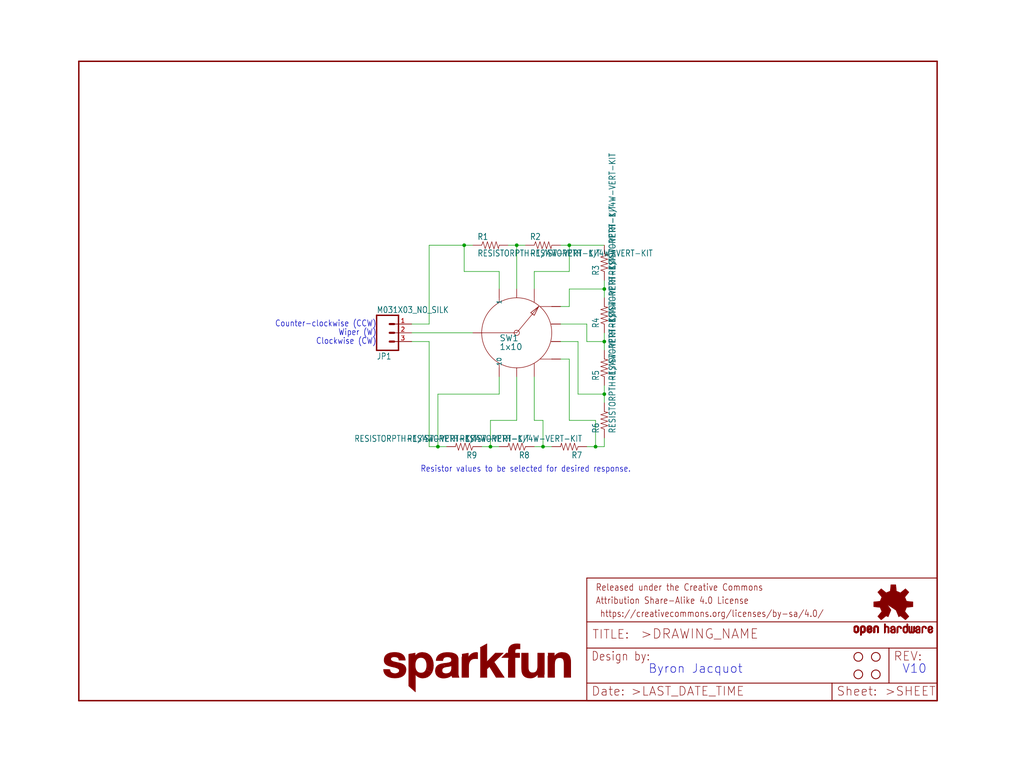
<source format=kicad_sch>
(kicad_sch (version 20211123) (generator eeschema)
  (paper "User" 297.002 223.926)
  (lib_symbols
    (symbol "eagleSchem-eagle-import:FRAME-LETTER"
      (symbol "FRAME-LETTER_2_0"
        (text " https://creativecommons.org/licenses/by-sa/4.0/" (at 2.54 24.13 0) (effects (font (size 1.9304 1.6408)) (justify left bottom)))
        (text ">DRAWING_NAME" (at 15.494 17.78 0) (effects (font (size 2.7432 2.7432)) (justify left bottom)))
        (text ">LAST_DATE_TIME" (at 12.7 1.27 0) (effects (font (size 2.54 2.54)) (justify left bottom)))
        (text ">SHEET" (at 86.36 1.27 0) (effects (font (size 2.54 2.54)) (justify left bottom)))
        (text "Attribution Share-Alike 4.0 License" (at 2.54 27.94 0) (effects (font (size 1.9304 1.6408)) (justify left bottom)))
        (text "Date:" (at 1.27 1.27 0) (effects (font (size 2.54 2.54)) (justify left bottom)))
        (text "Design by:" (at 1.27 11.43 0) (effects (font (size 2.54 2.159)) (justify left bottom)))
        (text "Released under the Creative Commons" (at 2.54 31.75 0) (effects (font (size 1.9304 1.6408)) (justify left bottom)))
        (text "REV:" (at 88.9 11.43 0) (effects (font (size 2.54 2.54)) (justify left bottom)))
        (text "Sheet:" (at 72.39 1.27 0) (effects (font (size 2.54 2.54)) (justify left bottom)))
        (text "TITLE:" (at 1.524 17.78 0) (effects (font (size 2.54 2.54)) (justify left bottom)))
      )
    )
    (symbol "eagleSchem-eagle-import:M031X03_NO_SILK"
      (property "Reference" "JP" (at -2.54 5.842 0))
      (property "Value" "M031X03_NO_SILK" (at -2.54 -7.62 0))
      (symbol "M031X03_NO_SILK_1_0"
        (pin passive line (at 7.62 -2.54 180) (length 5.08) (name "1") (number "1"))
        (pin passive line (at 7.62 0 180) (length 5.08) (name "2") (number "2"))
        (pin passive line (at 7.62 2.54 180) (length 5.08) (name "3") (number "3"))
      )
    )
    (symbol "eagleSchem-eagle-import:OSHW-LOGOM")
    (symbol "eagleSchem-eagle-import:RESISTORPTH-1{slash}4W-VERT-KIT"
      (property "Reference" "R" (at -3.81 1.4986 0))
      (property "Value" "RESISTORPTH-1{slash}4W-VERT-KIT" (at -3.81 -3.302 0))
      (symbol "RESISTORPTH-1{slash}4W-VERT-KIT_1_0"
        (pin passive line (at -5.08 0 0) (length 2.54) (name "1") (number "P$1"))
        (pin passive line (at 5.08 0 180) (length 2.54) (name "2") (number "P$2"))
      )
    )
    (symbol "eagleSchem-eagle-import:SFE_LOGO_NAME.1_INCH")
    (symbol "eagleSchem-eagle-import:STAND-OFF")
    (symbol "eagleSchem-eagle-import:SWITCH_ROTARY_1X10KIT"
      (property "Reference" "SW" (at -5.08 -2.54 0))
      (property "Value" "SWITCH_ROTARY_1X10KIT" (at -5.08 -5.08 0))
      (symbol "SWITCH_ROTARY_1X10KIT_1_0"
        (pin bidirectional line (at -5.08 12.7 270) (length 2.54) (name "1") (number "1"))
        (pin bidirectional line (at -5.08 -12.7 90) (length 2.54) (name "10") (number "10"))
        (pin bidirectional line (at 0 12.7 270) (length 2.54) (name "2") (number "2"))
        (pin bidirectional line (at 5.08 12.7 270) (length 2.54) (name "3") (number "3"))
        (pin bidirectional line (at 12.7 7.62 180) (length 2.54) (name "4") (number "4"))
        (pin bidirectional line (at 12.7 2.54 180) (length 2.54) (name "5") (number "5"))
        (pin bidirectional line (at 12.7 -2.54 180) (length 2.54) (name "6") (number "6"))
        (pin bidirectional line (at 12.7 -7.62 180) (length 2.54) (name "7") (number "7"))
        (pin bidirectional line (at 5.08 -12.7 90) (length 2.54) (name "8") (number "8"))
        (pin bidirectional line (at 0 -12.7 90) (length 2.54) (name "9") (number "9"))
        (pin bidirectional line (at -12.7 0 0) (length 2.54) (name "COMMON") (number "COMMON"))
      )
    )
  )
  (junction (at 134.62 71.12))
  (junction (at 175.26 114.3))
  (junction (at 142.24 129.54))
  (junction (at 172.72 129.54))
  (junction (at 157.48 129.54))
  (junction (at 127 129.54))
  (junction (at 175.26 99.06))
  (junction (at 175.26 83.82))
  (junction (at 165.1 71.12))
  (junction (at 149.86 71.12))
  (wire (pts (xy 172.72 129.54) (xy 170.18 129.54)))
  (wire (pts (xy 165.1 71.12) (xy 162.56 71.12)))
  (wire (pts (xy 142.24 129.54) (xy 139.7 129.54)))
  (wire (pts (xy 144.78 83.82) (xy 144.78 78.74)))
  (wire (pts (xy 127 129.54) (xy 129.54 129.54)))
  (wire (pts (xy 175.26 114.3) (xy 175.26 116.84)))
  (wire (pts (xy 162.56 104.14) (xy 165.1 104.14)))
  (wire (pts (xy 124.46 71.12) (xy 134.62 71.12)))
  (wire (pts (xy 175.26 83.82) (xy 175.26 86.36)))
  (wire (pts (xy 149.86 121.92) (xy 142.24 121.92)))
  (wire (pts (xy 124.46 99.06) (xy 124.46 129.54)))
  (wire (pts (xy 149.86 83.82) (xy 149.86 71.12)))
  (wire (pts (xy 157.48 121.92) (xy 154.94 121.92)))
  (wire (pts (xy 162.56 99.06) (xy 167.64 99.06)))
  (wire (pts (xy 175.26 96.52) (xy 175.26 99.06)))
  (wire (pts (xy 162.56 93.98) (xy 170.18 93.98)))
  (wire (pts (xy 170.18 99.06) (xy 175.26 99.06)))
  (wire (pts (xy 162.56 88.9) (xy 165.1 88.9)))
  (wire (pts (xy 119.38 96.52) (xy 137.16 96.52)))
  (wire (pts (xy 144.78 114.3) (xy 127 114.3)))
  (wire (pts (xy 119.38 93.98) (xy 124.46 93.98)))
  (wire (pts (xy 175.26 99.06) (xy 175.26 101.6)))
  (wire (pts (xy 165.1 78.74) (xy 165.1 71.12)))
  (wire (pts (xy 157.48 121.92) (xy 157.48 129.54)))
  (wire (pts (xy 165.1 88.9) (xy 165.1 83.82)))
  (wire (pts (xy 144.78 78.74) (xy 134.62 78.74)))
  (wire (pts (xy 154.94 78.74) (xy 165.1 78.74)))
  (wire (pts (xy 165.1 104.14) (xy 165.1 121.92)))
  (wire (pts (xy 134.62 78.74) (xy 134.62 71.12)))
  (wire (pts (xy 144.78 129.54) (xy 142.24 129.54)))
  (wire (pts (xy 154.94 121.92) (xy 154.94 109.22)))
  (wire (pts (xy 127 114.3) (xy 127 129.54)))
  (wire (pts (xy 134.62 71.12) (xy 137.16 71.12)))
  (wire (pts (xy 142.24 121.92) (xy 142.24 129.54)))
  (wire (pts (xy 149.86 71.12) (xy 152.4 71.12)))
  (wire (pts (xy 170.18 93.98) (xy 170.18 99.06)))
  (wire (pts (xy 165.1 83.82) (xy 175.26 83.82)))
  (wire (pts (xy 175.26 111.76) (xy 175.26 114.3)))
  (wire (pts (xy 165.1 71.12) (xy 175.26 71.12)))
  (wire (pts (xy 124.46 93.98) (xy 124.46 71.12)))
  (wire (pts (xy 175.26 129.54) (xy 172.72 129.54)))
  (wire (pts (xy 124.46 129.54) (xy 127 129.54)))
  (wire (pts (xy 175.26 127) (xy 175.26 129.54)))
  (wire (pts (xy 167.64 99.06) (xy 167.64 114.3)))
  (wire (pts (xy 175.26 81.28) (xy 175.26 83.82)))
  (wire (pts (xy 172.72 121.92) (xy 172.72 129.54)))
  (wire (pts (xy 144.78 109.22) (xy 144.78 114.3)))
  (wire (pts (xy 119.38 99.06) (xy 124.46 99.06)))
  (wire (pts (xy 154.94 83.82) (xy 154.94 78.74)))
  (wire (pts (xy 160.02 129.54) (xy 157.48 129.54)))
  (wire (pts (xy 149.86 109.22) (xy 149.86 121.92)))
  (wire (pts (xy 157.48 129.54) (xy 154.94 129.54)))
  (wire (pts (xy 165.1 121.92) (xy 172.72 121.92)))
  (wire (pts (xy 167.64 114.3) (xy 175.26 114.3)))
  (wire (pts (xy 147.32 71.12) (xy 149.86 71.12)))
  (text "Counter-clockwise (CCW)" (at 109.22 93.98 180) (effects (font (size 1.778 1.5113)) (justify right)))
  (text "Clockwise (CW)" (at 109.22 99.06 180) (effects (font (size 1.778 1.5113)) (justify right)))
  (text "V10" (at 261.62 195.58 180) (effects (font (size 2.54 2.54)) (justify left bottom)))
  (text "Wiper (W)" (at 109.22 96.52 180) (effects (font (size 1.778 1.5113)) (justify right)))
  (text "Byron Jacquot" (at 187.96 195.58 180) (effects (font (size 2.54 2.54)) (justify left bottom)))
  (text "Resistor values to be selected for desired response." (at 121.92 137.16 0) (effects (font (size 1.778 1.5113)) (justify left bottom)))
  (symbol (lib_id "eagleSchem-eagle-import:RESISTORPTH-1{slash}4W-VERT-KIT") (at 175.26 121.92 90) (unit 1)
    (property "Reference" "R6" (at 173.7614 125.73 0) (effects (font (size 1.778 1.5113)) (justify left bottom)))
    (property "Value" "RESISTORPTH-1{slash}4W-VERT-KIT" (at 178.562 125.73 0) (effects (font (size 1.778 1.5113)) (justify left bottom)))
    (property "Footprint" "eagleSchem:AXIAL-0.1EZ" (effects hide))
  )
  (symbol (lib_id "eagleSchem-eagle-import:STAND-OFF") (at 254 195.58 0) (unit 1)
    (property "Reference" "STANDOFF2" (effects hide))
    (property "Value" "STAND-OFF" (effects hide))
    (property "Footprint" "eagleSchem:STAND-OFF" (effects hide))
  )
  (symbol (lib_id "eagleSchem-eagle-import:RESISTORPTH-1{slash}4W-VERT-KIT") (at 157.48 71.12 0) (unit 1)
    (property "Reference" "R2" (at 153.67 69.6214 0) (effects (font (size 1.778 1.5113)) (justify left bottom)))
    (property "Value" "RESISTORPTH-1{slash}4W-VERT-KIT" (at 153.67 74.422 0) (effects (font (size 1.778 1.5113)) (justify left bottom)))
    (property "Footprint" "eagleSchem:AXIAL-0.1EZ" (effects hide))
  )
  (symbol (lib_id "eagleSchem-eagle-import:STAND-OFF") (at 248.92 190.5 0) (unit 1)
    (property "Reference" "STANDOFF5" (effects hide))
    (property "Value" "STAND-OFF" (effects hide))
    (property "Footprint" "eagleSchem:STAND-OFF" (effects hide))
  )
  (symbol (lib_id "eagleSchem-eagle-import:RESISTORPTH-1{slash}4W-VERT-KIT") (at 149.86 129.54 180) (unit 1)
    (property "Reference" "R8" (at 153.67 131.0386 0) (effects (font (size 1.778 1.5113)) (justify left bottom)))
    (property "Value" "RESISTORPTH-1{slash}4W-VERT-KIT" (at 153.67 126.238 0) (effects (font (size 1.778 1.5113)) (justify left bottom)))
    (property "Footprint" "eagleSchem:AXIAL-0.1EZ" (effects hide))
  )
  (symbol (lib_id "eagleSchem-eagle-import:STAND-OFF") (at 248.92 195.58 0) (unit 1)
    (property "Reference" "STANDOFF6" (effects hide))
    (property "Value" "STAND-OFF" (effects hide))
    (property "Footprint" "eagleSchem:STAND-OFF" (effects hide))
  )
  (symbol (lib_id "eagleSchem-eagle-import:FRAME-LETTER") (at 22.86 203.2 0) (unit 1)
    (property "Reference" "FRAME1" (effects hide))
    (property "Value" "FRAME-LETTER" (effects hide))
    (property "Footprint" "eagleSchem:CREATIVE_COMMONS" (effects hide))
  )
  (symbol (lib_id "eagleSchem-eagle-import:RESISTORPTH-1{slash}4W-VERT-KIT") (at 175.26 76.2 90) (unit 1)
    (property "Reference" "R3" (at 173.7614 80.01 0) (effects (font (size 1.778 1.5113)) (justify left bottom)))
    (property "Value" "RESISTORPTH-1{slash}4W-VERT-KIT" (at 178.562 80.01 0) (effects (font (size 1.778 1.5113)) (justify left bottom)))
    (property "Footprint" "eagleSchem:AXIAL-0.1EZ" (effects hide))
  )
  (symbol (lib_id "eagleSchem-eagle-import:SFE_LOGO_NAME.1_INCH") (at 109.22 200.66 0) (unit 1)
    (property "Reference" "LOGO3" (effects hide))
    (property "Value" "SFE_LOGO_NAME.1_INCH" (effects hide))
    (property "Footprint" "eagleSchem:SFE_LOGO_NAME_.1" (effects hide))
  )
  (symbol (lib_id "eagleSchem-eagle-import:RESISTORPTH-1{slash}4W-VERT-KIT") (at 175.26 106.68 90) (unit 1)
    (property "Reference" "R5" (at 173.7614 110.49 0) (effects (font (size 1.778 1.5113)) (justify left bottom)))
    (property "Value" "RESISTORPTH-1{slash}4W-VERT-KIT" (at 178.562 110.49 0) (effects (font (size 1.778 1.5113)) (justify left bottom)))
    (property "Footprint" "eagleSchem:AXIAL-0.1EZ" (effects hide))
  )
  (symbol (lib_id "eagleSchem-eagle-import:STAND-OFF") (at 254 190.5 0) (unit 1)
    (property "Reference" "STANDOFF1" (effects hide))
    (property "Value" "STAND-OFF" (effects hide))
    (property "Footprint" "eagleSchem:STAND-OFF" (effects hide))
  )
  (symbol (lib_id "eagleSchem-eagle-import:SWITCH_ROTARY_1X10KIT") (at 149.86 96.52 0) (unit 1)
    (property "Reference" "SW1" (at 144.78 99.06 0) (effects (font (size 1.778 1.778)) (justify left bottom)))
    (property "Value" "1x10" (at 144.78 101.6 0) (effects (font (size 1.778 1.778)) (justify left bottom)))
    (property "Footprint" "eagleSchem:ROTARY_SWITCH_1X10_KIT" (effects hide))
  )
  (symbol (lib_id "eagleSchem-eagle-import:RESISTORPTH-1{slash}4W-VERT-KIT") (at 142.24 71.12 0) (unit 1)
    (property "Reference" "R1" (at 138.43 69.6214 0) (effects (font (size 1.778 1.5113)) (justify left bottom)))
    (property "Value" "RESISTORPTH-1{slash}4W-VERT-KIT" (at 138.43 74.422 0) (effects (font (size 1.778 1.5113)) (justify left bottom)))
    (property "Footprint" "eagleSchem:AXIAL-0.1EZ" (effects hide))
  )
  (symbol (lib_id "eagleSchem-eagle-import:M031X03_NO_SILK") (at 111.76 96.52 0) (mirror x) (unit 1)
    (property "Reference" "JP1" (at 109.22 102.362 0) (effects (font (size 1.778 1.5113)) (justify left bottom)))
    (property "Value" "M031X03_NO_SILK" (at 109.22 88.9 0) (effects (font (size 1.778 1.5113)) (justify left bottom)))
    (property "Footprint" "eagleSchem:1X03_NO_SILK" (effects hide))
  )
  (symbol (lib_id "eagleSchem-eagle-import:RESISTORPTH-1{slash}4W-VERT-KIT") (at 134.62 129.54 180) (unit 1)
    (property "Reference" "R9" (at 138.43 131.0386 0) (effects (font (size 1.778 1.5113)) (justify left bottom)))
    (property "Value" "RESISTORPTH-1{slash}4W-VERT-KIT" (at 138.43 126.238 0) (effects (font (size 1.778 1.5113)) (justify left bottom)))
    (property "Footprint" "eagleSchem:AXIAL-0.1EZ" (effects hide))
  )
  (symbol (lib_id "eagleSchem-eagle-import:OSHW-LOGOM") (at 259.08 175.26 0) (unit 1)
    (property "Reference" "LOGO1" (effects hide))
    (property "Value" "OSHW-LOGOM" (effects hide))
    (property "Footprint" "eagleSchem:OSHW-LOGO-M" (effects hide))
  )
  (symbol (lib_id "eagleSchem-eagle-import:RESISTORPTH-1{slash}4W-VERT-KIT") (at 175.26 91.44 90) (unit 1)
    (property "Reference" "R4" (at 173.7614 95.25 0) (effects (font (size 1.778 1.5113)) (justify left bottom)))
    (property "Value" "RESISTORPTH-1{slash}4W-VERT-KIT" (at 178.562 95.25 0) (effects (font (size 1.778 1.5113)) (justify left bottom)))
    (property "Footprint" "eagleSchem:AXIAL-0.1EZ" (effects hide))
  )
  (symbol (lib_id "eagleSchem-eagle-import:FRAME-LETTER") (at 170.18 203.2 0) (unit 2)
    (property "Reference" "FRAME1" (effects hide))
    (property "Value" "FRAME-LETTER" (effects hide))
    (property "Footprint" "eagleSchem:CREATIVE_COMMONS" (effects hide))
  )
  (symbol (lib_id "eagleSchem-eagle-import:RESISTORPTH-1{slash}4W-VERT-KIT") (at 165.1 129.54 180) (unit 1)
    (property "Reference" "R7" (at 168.91 131.0386 0) (effects (font (size 1.778 1.5113)) (justify left bottom)))
    (property "Value" "RESISTORPTH-1{slash}4W-VERT-KIT" (at 168.91 126.238 0) (effects (font (size 1.778 1.5113)) (justify left bottom)))
    (property "Footprint" "eagleSchem:AXIAL-0.1EZ" (effects hide))
  )
)
</source>
